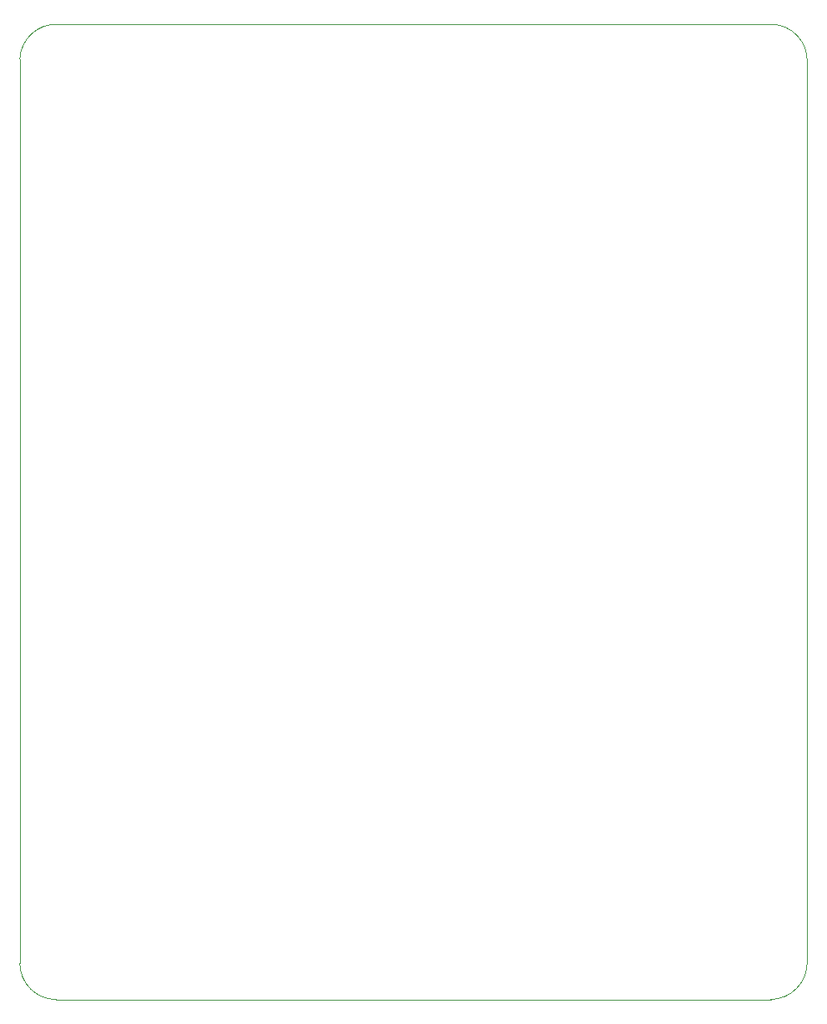
<source format=gbr>
%TF.GenerationSoftware,Altium Limited,Altium Designer,22.3.1 (43)*%
G04 Layer_Color=0*
%FSLAX26Y26*%
%MOIN*%
%TF.SameCoordinates,A6686B76-6886-4B69-866F-DC8958589E3E*%
%TF.FilePolarity,Positive*%
%TF.FileFunction,Profile,NP*%
%TF.Part,Single*%
G01*
G75*
%TA.AperFunction,Profile*%
%ADD104C,0.001000*%
D104*
X145000D02*
G02*
X0Y145000I0J145000D01*
G01*
Y3755000D01*
D02*
G02*
X150000Y3895000I145000J-5000D01*
G01*
X3005000D01*
D02*
G02*
X3145000Y3745000I-5000J-145000D01*
G01*
Y150000D01*
D02*
G02*
X3000000Y0I-147500J-2500D01*
G01*
X145000D01*
%TF.MD5,ea1e38635549c407d8a2846e98e4985c*%
M02*

</source>
